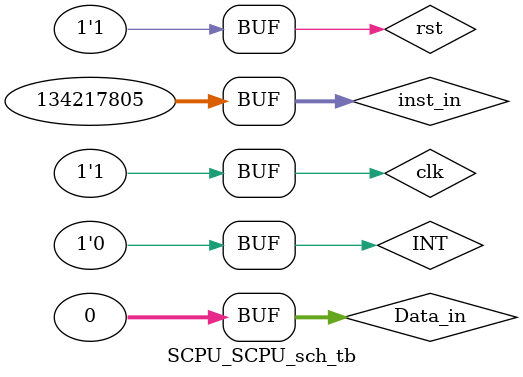
<source format=v>

`timescale 1ns / 1ps

module SCPU_SCPU_sch_tb();

// Inputs
   reg clk;
   reg INT;
   reg [31:0] inst_in;
   reg rst;
   reg [31:0] Data_in;

// Output
   wire [31:0] PC_out;
   wire [31:0] Data_out;
   wire [31:0] Addr_out;
	wire [31:0] infor;
   wire mem_r;
   wire mem_w;

// Bidirs

// Instantiate the UUT
   SCPU UUT (
		.PC_out(PC_out), 
		.clk(clk), 
		.infor(infor),
		.INT(INT), 
		.inst_in(inst_in), 
		.Data_in(Data_in),
		.Data_out(Data_out), 
		.rst(rst), 
		.Addr_out(Addr_out),
		.mem_r(mem_r), 
		.mem_w(mem_w)
   );
	initial begin
			// Initialize Inputs
		Data_in = 0;
		clk = 0;
		rst = 1;
		INT=0;
		
		
		#10;
		rst=0;
		inst_in = 32'h00a85824;
		#40
		inst_in = 32'h01a26820;
		#40;
		inst_in = 32'h11a00017;
		#40;
		inst_in = 32'h8c650000;
		#40;
		inst_in = 32'h01ce9020;
		#40;
		inst_in = 32'h0252b020;
		#40;
		inst_in = 32'h02569020;
		#40;
		inst_in = 32'h00b25824;
		#40;
		inst_in = 32'h11600005;
		#40;
		inst_in = 32'h11410001;
		#40;
		inst_in = 32'h0800004d;
		#40;
		rst=1;
		end
		always begin
		 clk=0;
		 #20;
		 clk=1;
		 #20;
		 end
endmodule

</source>
